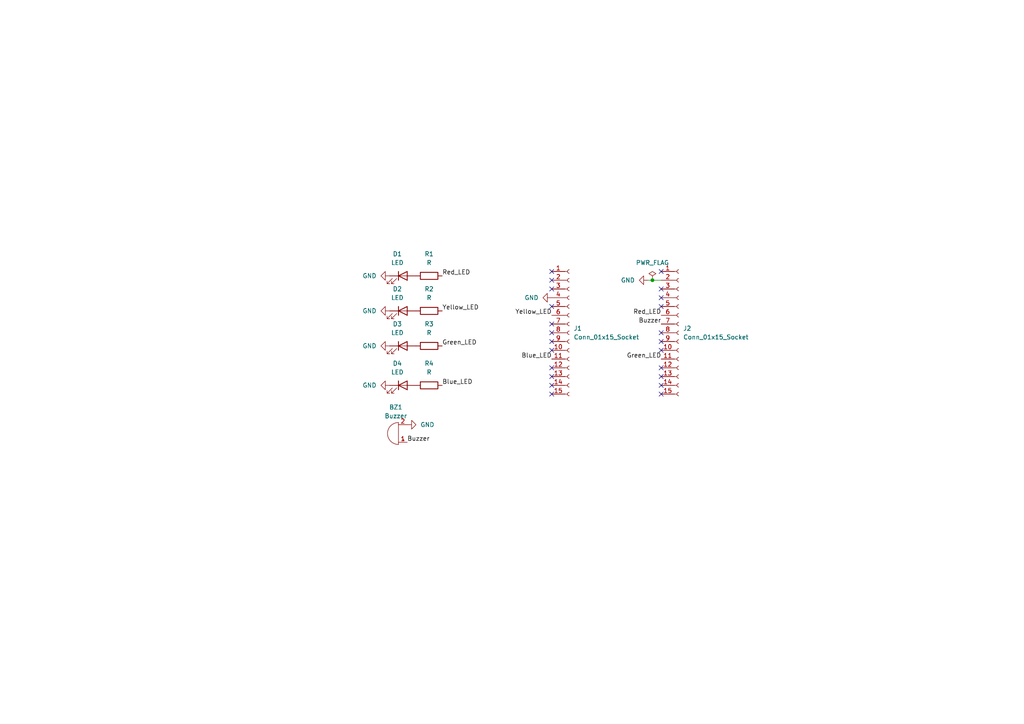
<source format=kicad_sch>
(kicad_sch (version 20230121) (generator eeschema)
  (paper "A4")
  (title_block (title "Pymon-PCB"))
  (lib_symbols
    (symbol "Connector:Conn_01x15_Socket" (pin_names (offset 1.016) hide)
      (property "Reference" "J" (at 0 20.32 0))
      (property "Value" "Conn_01x15_Socket" (at 0 -20.32 0))
      (symbol "Conn_01x15_Socket_1_1"
        (arc (start 0 -17.272) (mid -0.5058 -17.78) (end 0 -18.288) (stroke (width 0.1524)))
        (arc (start 0 -14.732) (mid -0.5058 -15.24) (end 0 -15.748) (stroke (width 0.1524)))
        (arc (start 0 -12.192) (mid -0.5058 -12.7) (end 0 -13.208) (stroke (width 0.1524)))
        (arc (start 0 -9.652) (mid -0.5058 -10.16) (end 0 -10.668) (stroke (width 0.1524)))
        (arc (start 0 -7.112) (mid -0.5058 -7.62) (end 0 -8.128) (stroke (width 0.1524)))
        (arc (start 0 -4.572) (mid -0.5058 -5.08) (end 0 -5.588) (stroke (width 0.1524)))
        (arc (start 0 -2.032) (mid -0.5058 -2.54) (end 0 -3.048) (stroke (width 0.1524)))
        (polyline (pts (xy -1.27 -17.78) (xy -0.508 -17.78)) (stroke (width 0.1524)))
        (polyline (pts (xy -1.27 -15.24) (xy -0.508 -15.24)) (stroke (width 0.1524)))
        (polyline (pts (xy -1.27 -12.7) (xy -0.508 -12.7)) (stroke (width 0.1524)))
        (polyline (pts (xy -1.27 -10.16) (xy -0.508 -10.16)) (stroke (width 0.1524)))
        (polyline (pts (xy -1.27 -7.62) (xy -0.508 -7.62)) (stroke (width 0.1524)))
        (polyline (pts (xy -1.27 -5.08) (xy -0.508 -5.08)) (stroke (width 0.1524)))
        (polyline (pts (xy -1.27 -2.54) (xy -0.508 -2.54)) (stroke (width 0.1524)))
        (polyline (pts (xy -1.27 0) (xy -0.508 0)) (stroke (width 0.1524)))
        (polyline (pts (xy -1.27 2.54) (xy -0.508 2.54)) (stroke (width 0.1524)))
        (polyline (pts (xy -1.27 5.08) (xy -0.508 5.08)) (stroke (width 0.1524)))
        (polyline (pts (xy -1.27 7.62) (xy -0.508 7.62)) (stroke (width 0.1524)))
        (polyline (pts (xy -1.27 10.16) (xy -0.508 10.16)) (stroke (width 0.1524)))
        (polyline (pts (xy -1.27 12.7) (xy -0.508 12.7)) (stroke (width 0.1524)))
        (polyline (pts (xy -1.27 15.24) (xy -0.508 15.24)) (stroke (width 0.1524)))
        (polyline (pts (xy -1.27 17.78) (xy -0.508 17.78)) (stroke (width 0.1524)))
        (arc (start 0 0.508) (mid -0.5058 0) (end 0 -0.508) (stroke (width 0.1524)))
        (arc (start 0 3.048) (mid -0.5058 2.54) (end 0 2.032) (stroke (width 0.1524)))
        (arc (start 0 5.588) (mid -0.5058 5.08) (end 0 4.572) (stroke (width 0.1524)))
        (arc (start 0 8.128) (mid -0.5058 7.62) (end 0 7.112) (stroke (width 0.1524)))
        (arc (start 0 10.668) (mid -0.5058 10.16) (end 0 9.652) (stroke (width 0.1524)))
        (arc (start 0 13.208) (mid -0.5058 12.7) (end 0 12.192) (stroke (width 0.1524)))
        (arc (start 0 15.748) (mid -0.5058 15.24) (end 0 14.732) (stroke (width 0.1524)))
        (arc (start 0 18.288) (mid -0.5058 17.78) (end 0 17.272) (stroke (width 0.1524)))
        (pin passive line (at -5.08 17.78 0) (length 3.81) (name "Pin_1") (number "1"))
        (pin passive line (at -5.08 -5.08 0) (length 3.81) (name "Pin_10") (number "10"))
        (pin passive line (at -5.08 -7.62 0) (length 3.81) (name "Pin_11") (number "11"))
        (pin passive line (at -5.08 -10.16 0) (length 3.81) (name "Pin_12") (number "12"))
        (pin passive line (at -5.08 -12.7 0) (length 3.81) (name "Pin_13") (number "13"))
        (pin passive line (at -5.08 -15.24 0) (length 3.81) (name "Pin_14") (number "14"))
        (pin passive line (at -5.08 -17.78 0) (length 3.81) (name "Pin_15") (number "15"))
        (pin passive line (at -5.08 15.24 0) (length 3.81) (name "Pin_2") (number "2"))
        (pin passive line (at -5.08 12.7 0) (length 3.81) (name "Pin_3") (number "3"))
        (pin passive line (at -5.08 10.16 0) (length 3.81) (name "Pin_4") (number "4"))
        (pin passive line (at -5.08 7.62 0) (length 3.81) (name "Pin_5") (number "5"))
        (pin passive line (at -5.08 5.08 0) (length 3.81) (name "Pin_6") (number "6"))
        (pin passive line (at -5.08 2.54 0) (length 3.81) (name "Pin_7") (number "7"))
        (pin passive line (at -5.08 0 0) (length 3.81) (name "Pin_8") (number "8"))
        (pin passive line (at -5.08 -2.54 0) (length 3.81) (name "Pin_9") (number "9"))
      )
    )
    (symbol "Device:Buzzer" (pin_names (offset 0.0254) hide)
      (property "Reference" "BZ" (at 3.81 1.27 0))
      (property "Value" "Buzzer" (at 3.81 -1.27 0))
      (symbol "Buzzer_0_1"
        (arc (start 0 -3.175) (mid 3.1612 0) (end 0 3.175))
        (polyline (pts (xy -1.651 1.905) (xy -1.143 1.905)))
        (polyline (pts (xy -1.397 2.159) (xy -1.397 1.651)))
        (polyline (pts (xy 0 3.175) (xy 0 -3.175)))
      )
      (symbol "Buzzer_1_1"
        (pin passive line (at -2.54 2.54 0) (length 2.54) (name "-") (number "1"))
        (pin passive line (at -2.54 -2.54 0) (length 2.54) (name "+") (number "2"))
      )
    )
    (symbol "Device:LED" (pin_numbers hide) (pin_names (offset 1.016) hide)
      (property "Reference" "D" (at 0 2.54 0))
      (property "Value" "LED" (at 0 -2.54 0))
      (symbol "LED_0_1"
        (polyline (pts (xy -1.27 -1.27) (xy -1.27 1.27)) (stroke (width 0.254)))
        (polyline (pts (xy -1.27 0) (xy 1.27 0)))
        (polyline (pts (xy 1.27 -1.27) (xy 1.27 1.27) (xy -1.27 0) (xy 1.27 -1.27)) (stroke (width 0.254)))
        (polyline (pts (xy -3.048 -0.762) (xy -4.572 -2.286) (xy -3.81 -2.286) (xy -4.572 -2.286) (xy -4.572 -1.524)))
        (polyline (pts (xy -1.778 -0.762) (xy -3.302 -2.286) (xy -2.54 -2.286) (xy -3.302 -2.286) (xy -3.302 -1.524)))
      )
      (symbol "LED_1_1"
        (pin passive line (at -3.81 0 0) (length 2.54) (name "K") (number "1"))
        (pin passive line (at 3.81 0 180) (length 2.54) (name "A") (number "2"))
      )
    )
    (symbol "Device:R" (pin_numbers hide) (pin_names (offset 0))
      (property "Reference" "R" (at 2.032 0 90))
      (property "Value" "R" (at 0 0 90))
      (symbol "R_0_1"
        (rectangle (start -1.016 -2.54) (end 1.016 2.54) (stroke (width 0.254)))
      )
      (symbol "R_1_1"
        (pin passive line (at 0 3.81 270) (length 1.27) (name "~") (number "1"))
        (pin passive line (at 0 -3.81 90) (length 1.27) (name "~") (number "2"))
      )
    )
    (symbol "power:GND" (power) (pin_names (offset 0))
      (property "Value" "GND" (at 0 -3.81 0))
      (symbol "GND_0_1"
        (polyline (pts (xy 0 0) (xy 0 -1.27) (xy 1.27 -1.27) (xy 0 -2.54) (xy -1.27 -1.27) (xy 0 -1.27)))
      )
      (symbol "GND_1_1"
        (pin power_in line (at 0 0 270) (length 0) hide (name "GND") (number "1"))
      )
    )
    (symbol "power:PWR_FLAG" (power) (pin_numbers hide) (pin_names (offset 0) hide)
      (property "Value" "PWR_FLAG" (at 0 3.81 0))
      (symbol "PWR_FLAG_0_0"
        (pin power_out line (at 0 0 90) (length 0) (name "pwr") (number "1"))
      )
      (symbol "PWR_FLAG_0_1"
        (polyline (pts (xy 0 0) (xy 0 1.27) (xy -1.016 1.905) (xy 0 2.54) (xy 1.016 1.905) (xy 0 1.27)))
      )
    )
  )
  (junction (at 189.23 81.28))
  (no_connect (at 191.77 114.3))
  (no_connect (at 191.77 83.82))
  (no_connect (at 160.02 88.9))
  (no_connect (at 191.77 111.76))
  (no_connect (at 160.02 106.68))
  (no_connect (at 191.77 99.06))
  (no_connect (at 160.02 99.06))
  (no_connect (at 160.02 78.74))
  (no_connect (at 191.77 109.22))
  (no_connect (at 160.02 96.52))
  (no_connect (at 191.77 101.6))
  (no_connect (at 191.77 78.74))
  (no_connect (at 160.02 93.98))
  (no_connect (at 160.02 101.6))
  (no_connect (at 160.02 109.22))
  (no_connect (at 191.77 88.9))
  (no_connect (at 160.02 114.3))
  (no_connect (at 191.77 86.36))
  (no_connect (at 191.77 106.68))
  (no_connect (at 160.02 83.82))
  (no_connect (at 160.02 111.76))
  (no_connect (at 160.02 81.28))
  (no_connect (at 191.77 96.52))
  (wire (pts (xy 189.23 81.28) (xy 191.77 81.28)))
  (wire (pts (xy 187.96 81.28) (xy 189.23 81.28)))
  (label "Blue_LED" (at 160.02 104.14 180))
  (label "Buzzer" (at 118.11 128.27 0))
  (label "Yellow_LED" (at 128.27 90.17 0))
  (label "Blue_LED" (at 128.27 111.76 0))
  (label "Green_LED" (at 128.27 100.33 0))
  (label "Red_LED" (at 191.77 91.44 180))
  (label "Yellow_LED" (at 160.02 91.44 180))
  (label "Green_LED" (at 191.77 104.14 180))
  (label "Buzzer" (at 191.77 93.98 180))
  (label "Red_LED" (at 128.27 80.01 0))
  (symbol (lib_id "power:GND") (at 118.11 123.19 90) (unit 1)
    (property "Reference" "#PWR07" (effects hide))
    (property "Value" "GND" (at 121.92 123.19 90) (effects (justify right)))
  )
  (symbol (lib_id "Device:LED") (at 116.84 80.01 0) (unit 1)
    (property "Reference" "D1" (at 115.2525 73.66 0))
    (property "Value" "LED" (at 115.2525 76.2 0))
    (property "Footprint" "LED_THT:LED_D5.0mm_Clear" (effects hide))
  )
  (symbol (lib_id "power:GND") (at 187.96 81.28 270) (unit 1)
    (property "Reference" "#PWR01" (effects hide))
    (property "Value" "GND" (at 184.15 81.28 90) (effects (justify right)))
  )
  (symbol (lib_id "Device:LED") (at 116.84 111.76 0) (unit 1)
    (property "Reference" "D4" (at 115.2525 105.41 0))
    (property "Value" "LED" (at 115.2525 107.95 0))
    (property "Footprint" "LED_THT:LED_D5.0mm_Clear" (effects hide))
  )
  (symbol (lib_id "Device:LED") (at 116.84 100.33 0) (unit 1)
    (property "Reference" "D3" (at 115.2525 93.98 0))
    (property "Value" "LED" (at 115.2525 96.52 0))
    (property "Footprint" "LED_THT:LED_D5.0mm_Clear" (effects hide))
  )
  (symbol (lib_id "power:GND") (at 113.03 100.33 270) (unit 1)
    (property "Reference" "#PWR05" (effects hide))
    (property "Value" "GND" (at 109.22 100.33 90) (effects (justify right)))
  )
  (symbol (lib_id "power:GND") (at 113.03 80.01 270) (unit 1)
    (property "Reference" "#PWR03" (effects hide))
    (property "Value" "GND" (at 109.22 80.01 90) (effects (justify right)))
  )
  (symbol (lib_id "Device:R") (at 124.46 80.01 270) (unit 1)
    (property "Reference" "R1" (at 124.46 73.66 90))
    (property "Value" "R" (at 124.46 76.2 90))
    (property "Footprint" "Resistor_SMD:R_0603_1608Metric" (effects hide))
  )
  (symbol (lib_id "Device:Buzzer") (at 115.57 125.73 180) (unit 1)
    (property "Reference" "BZ1" (at 114.8149 118.11 0))
    (property "Value" "Buzzer" (at 114.8149 120.65 0))
    (property "Footprint" "Buzzer_Beeper:MagneticBuzzer_ProSignal_ABT-410-RC" (effects hide))
  )
  (symbol (lib_id "Device:LED") (at 116.84 90.17 0) (unit 1)
    (property "Reference" "D2" (at 115.2525 83.82 0))
    (property "Value" "LED" (at 115.2525 86.36 0))
    (property "Footprint" "LED_THT:LED_D5.0mm_Clear" (effects hide))
  )
  (symbol (lib_id "Device:R") (at 124.46 90.17 270) (unit 1)
    (property "Reference" "R2" (at 124.46 83.82 90))
    (property "Value" "R" (at 124.46 86.36 90))
    (property "Footprint" "Resistor_SMD:R_0603_1608Metric" (effects hide))
  )
  (symbol (lib_id "power:PWR_FLAG") (at 189.23 81.28 0) (unit 1)
    (property "Reference" "#FLG01" (effects hide))
    (property "Value" "PWR_FLAG" (at 189.23 76.2 0))
  )
  (symbol (lib_id "power:GND") (at 113.03 90.17 270) (unit 1)
    (property "Reference" "#PWR04" (effects hide))
    (property "Value" "GND" (at 109.22 90.17 90) (effects (justify right)))
  )
  (symbol (lib_id "Connector:Conn_01x15_Socket") (at 165.1 96.52 0) (unit 1)
    (property "Reference" "J1" (at 166.37 95.25 0) (effects (justify left)))
    (property "Value" "Conn_01x15_Socket" (at 166.37 97.79 0) (effects (justify left)))
    (property "Footprint" "Connector_PinSocket_2.54mm:PinSocket_1x15_P2.54mm_Vertical" (effects hide))
  )
  (symbol (lib_id "Device:R") (at 124.46 111.76 270) (unit 1)
    (property "Reference" "R4" (at 124.46 105.41 90))
    (property "Value" "R" (at 124.46 107.95 90))
    (property "Footprint" "Resistor_SMD:R_0603_1608Metric" (effects hide))
  )
  (symbol (lib_id "Device:R") (at 124.46 100.33 270) (unit 1)
    (property "Reference" "R3" (at 124.46 93.98 90))
    (property "Value" "R" (at 124.46 96.52 90))
    (property "Footprint" "Resistor_SMD:R_0603_1608Metric" (effects hide))
  )
  (symbol (lib_id "power:GND") (at 160.02 86.36 270) (unit 1)
    (property "Reference" "#PWR02" (effects hide))
    (property "Value" "GND" (at 156.21 86.36 90) (effects (justify right)))
  )
  (symbol (lib_id "Connector:Conn_01x15_Socket") (at 196.85 96.52 0) (unit 1)
    (property "Reference" "J2" (at 198.12 95.25 0) (effects (justify left)))
    (property "Value" "Conn_01x15_Socket" (at 198.12 97.79 0) (effects (justify left)))
    (property "Footprint" "Connector_PinSocket_2.54mm:PinSocket_1x15_P2.54mm_Vertical" (effects hide))
  )
  (symbol (lib_id "power:GND") (at 113.03 111.76 270) (unit 1)
    (property "Reference" "#PWR06" (effects hide))
    (property "Value" "GND" (at 109.22 111.76 90) (effects (justify right)))
  )
)
</source>
